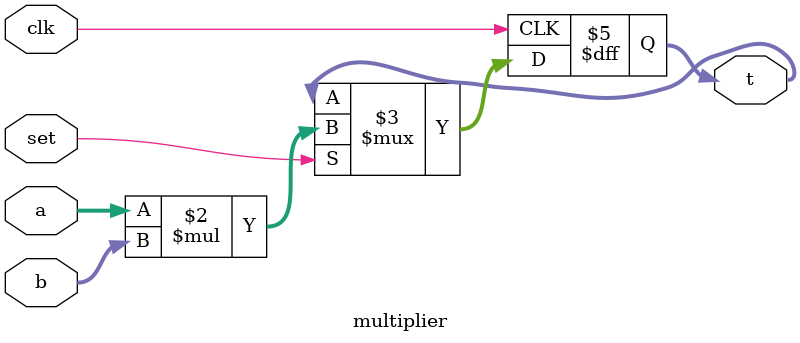
<source format=v>
module fqmul ( 
  input clk,
  //input reset,
  input set,
  input  wire signed [15:0] a,
  input  wire signed [15:0] b,
  output wire signed [15:0] t
); // returns a*b*R^(-1) mod q

/*
*       +---------------------------+
* (a,b)-|-> [multiplier] -> [mont] -|-> (a*b*R^(-1) mod q)
*       +---------------------------+
* something like that
*/

wire signed [31:0] temp32;
reg set1;
//reg signed [15:0] temp16; // not used

multiplier mult1 (
  .clk(clk),
  .set(set),
  .a(a),
  .b(b),
  .t(temp32)
);

montgomery_reduce mont1 ( // AST: i wonder if the instances are per module or unique
  .clk(clk),
  .set(set1),
  .a(temp32), // I think this one needs a clock too
  .t(t)
);

always @(posedge clk) begin
  set1 <= set;
end

endmodule

module multiplier (
  input clk,
  input set,
  input  wire signed [15:0] a,
  input  wire signed [15:0] b,
  output reg signed [31:0] t
);

always @(posedge clk) begin
  if(set) begin
    t <= a * b; // blocking or non-blocking?
  end
end

endmodule
</source>
